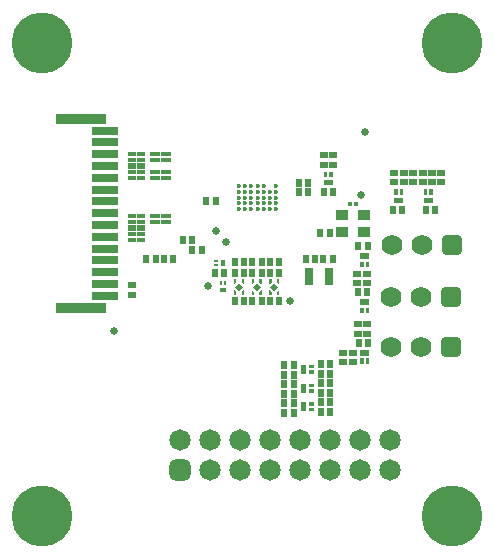
<source format=gts>
G04*
G04 #@! TF.GenerationSoftware,Altium Limited,Altium Designer,24.2.2 (26)*
G04*
G04 Layer_Color=8388736*
%FSLAX44Y44*%
%MOMM*%
G71*
G04*
G04 #@! TF.SameCoordinates,6EDC250C-81D3-48BC-95F6-F0A130F5604E*
G04*
G04*
G04 #@! TF.FilePolarity,Negative*
G04*
G01*
G75*
%ADD27C,0.6600*%
%ADD28R,0.6000X0.3500*%
%ADD29R,0.2500X0.3500*%
%ADD30R,0.3500X0.2500*%
%ADD31R,0.3500X0.6000*%
%ADD32C,0.3600*%
%ADD33R,1.0600X0.9600*%
%ADD34R,0.4300X0.4600*%
%ADD35R,0.6600X0.4100*%
%ADD36R,0.6600X0.6100*%
%ADD37R,0.9100X0.4100*%
%ADD38R,2.1600X0.7600*%
%ADD39R,4.3600X0.8600*%
%ADD40R,0.5400X0.6400*%
%ADD41R,0.6400X0.5400*%
%ADD42R,0.6600X0.5350*%
G04:AMPARAMS|DCode=43|XSize=1.76mm|YSize=1.76mm|CornerRadius=0.48mm|HoleSize=0mm|Usage=FLASHONLY|Rotation=180.000|XOffset=0mm|YOffset=0mm|HoleType=Round|Shape=RoundedRectangle|*
%AMROUNDEDRECTD43*
21,1,1.7600,0.8000,0,0,180.0*
21,1,0.8000,1.7600,0,0,180.0*
1,1,0.9600,-0.4000,0.4000*
1,1,0.9600,0.4000,0.4000*
1,1,0.9600,0.4000,-0.4000*
1,1,0.9600,-0.4000,-0.4000*
%
%ADD43ROUNDEDRECTD43*%
%ADD44C,1.7600*%
%ADD45C,1.8100*%
G04:AMPARAMS|DCode=46|XSize=1.81mm|YSize=1.81mm|CornerRadius=0.4925mm|HoleSize=0mm|Usage=FLASHONLY|Rotation=180.000|XOffset=0mm|YOffset=0mm|HoleType=Round|Shape=RoundedRectangle|*
%AMROUNDEDRECTD46*
21,1,1.8100,0.8250,0,0,180.0*
21,1,0.8250,1.8100,0,0,180.0*
1,1,0.9850,-0.4125,0.4125*
1,1,0.9850,0.4125,0.4125*
1,1,0.9850,0.4125,-0.4125*
1,1,0.9850,-0.4125,-0.4125*
%
%ADD46ROUNDEDRECTD46*%
%ADD47C,5.1600*%
%ADD48C,0.1600*%
G36*
X285750Y327250D02*
X282750D01*
Y331750D01*
X285750D01*
Y327250D01*
D02*
G37*
G36*
X281250D02*
X278250D01*
Y331750D01*
X281250D01*
Y327250D01*
D02*
G37*
G36*
X285750Y320250D02*
X278250D01*
Y324750D01*
X285750D01*
Y320250D01*
D02*
G37*
G36*
X370500Y312250D02*
X367500D01*
Y316750D01*
X370500D01*
Y312250D01*
D02*
G37*
G36*
X366000D02*
X363000D01*
Y316750D01*
X366000D01*
Y312250D01*
D02*
G37*
G36*
X345500Y312250D02*
X342500D01*
Y316750D01*
X345500D01*
Y312250D01*
D02*
G37*
G36*
X341000D02*
X338000D01*
Y316750D01*
X341000D01*
Y312250D01*
D02*
G37*
G36*
X370500Y305250D02*
X363000D01*
Y309750D01*
X370500D01*
Y305250D01*
D02*
G37*
G36*
X345500Y305250D02*
X338000D01*
Y309750D01*
X345500D01*
Y305250D01*
D02*
G37*
G36*
X316750Y258000D02*
X309250D01*
Y262500D01*
X316750D01*
Y258000D01*
D02*
G37*
G36*
Y251000D02*
X313750D01*
Y255500D01*
X316750D01*
Y251000D01*
D02*
G37*
G36*
X312250D02*
X309250D01*
Y255500D01*
X312250D01*
Y251000D01*
D02*
G37*
G36*
X240800Y236793D02*
X240207D01*
X238700Y238300D01*
Y240393D01*
X240800D01*
Y236793D01*
D02*
G37*
G36*
X234300Y238300D02*
X232793Y236793D01*
X232200D01*
Y240393D01*
X234300D01*
Y238300D01*
D02*
G37*
G36*
X225800Y236793D02*
X225207D01*
X223700Y238300D01*
Y240393D01*
X225800D01*
Y236793D01*
D02*
G37*
G36*
X219300Y238300D02*
X217793Y236793D01*
X217200D01*
Y240393D01*
X219300D01*
Y238300D01*
D02*
G37*
G36*
X210800Y236793D02*
X210207D01*
X208700Y238300D01*
Y240393D01*
X210800D01*
Y236793D01*
D02*
G37*
G36*
X204300Y238300D02*
X202793Y236793D01*
X202200D01*
Y240393D01*
X204300D01*
Y238300D01*
D02*
G37*
G36*
X239894Y234000D02*
X236500Y230606D01*
X233106Y234000D01*
X236500Y237394D01*
X239894Y234000D01*
D02*
G37*
G36*
X224894D02*
X221500Y230606D01*
X218106Y234000D01*
X221500Y237394D01*
X224894Y234000D01*
D02*
G37*
G36*
X209894D02*
X206500Y230606D01*
X203106Y234000D01*
X206500Y237394D01*
X209894Y234000D01*
D02*
G37*
G36*
X240800Y227607D02*
X238700D01*
Y229700D01*
X240207Y231207D01*
X240800D01*
Y227607D01*
D02*
G37*
G36*
X234300Y229700D02*
Y227607D01*
X232200D01*
Y231207D01*
X232793D01*
X234300Y229700D01*
D02*
G37*
G36*
X225800Y227607D02*
X223700D01*
Y229700D01*
X225207Y231207D01*
X225800D01*
Y227607D01*
D02*
G37*
G36*
X219300Y229700D02*
Y227607D01*
X217200D01*
Y231207D01*
X217793D01*
X219300Y229700D01*
D02*
G37*
G36*
X210800Y227607D02*
X208700D01*
Y229700D01*
X210207Y231207D01*
X210800D01*
Y227607D01*
D02*
G37*
G36*
X204300Y229700D02*
Y227607D01*
X202200D01*
Y231207D01*
X202793D01*
X204300Y229700D01*
D02*
G37*
G36*
X316750Y219000D02*
X309250D01*
Y223500D01*
X316750D01*
Y219000D01*
D02*
G37*
G36*
Y212000D02*
X313750D01*
Y216500D01*
X316750D01*
Y212000D01*
D02*
G37*
G36*
X312250D02*
X309250D01*
Y216500D01*
X312250D01*
Y212000D01*
D02*
G37*
G36*
X316750Y176000D02*
X309250D01*
Y180500D01*
X316750D01*
Y176000D01*
D02*
G37*
G36*
Y169000D02*
X313750D01*
Y173500D01*
X316750D01*
Y169000D01*
D02*
G37*
G36*
X312250D02*
X309250D01*
Y173500D01*
X312250D01*
Y169000D01*
D02*
G37*
G36*
X270200Y165250D02*
X265700D01*
Y168250D01*
X270200D01*
Y165250D01*
D02*
G37*
G36*
Y160750D02*
X265700D01*
Y163750D01*
X270200D01*
Y160750D01*
D02*
G37*
G36*
X263200D02*
X258700D01*
Y168250D01*
X263200D01*
Y160750D01*
D02*
G37*
G36*
X270200Y149000D02*
X265700D01*
Y152000D01*
X270200D01*
Y149000D01*
D02*
G37*
G36*
Y144500D02*
X265700D01*
Y147500D01*
X270200D01*
Y144500D01*
D02*
G37*
G36*
X263200D02*
X258700D01*
Y152000D01*
X263200D01*
Y144500D01*
D02*
G37*
G36*
X270450Y133250D02*
X265950D01*
Y136250D01*
X270450D01*
Y133250D01*
D02*
G37*
G36*
Y128750D02*
X265950D01*
Y131750D01*
X270450D01*
Y128750D01*
D02*
G37*
G36*
X263450D02*
X258950D01*
Y136250D01*
X263450D01*
Y128750D01*
D02*
G37*
D27*
X100527Y196750D02*
D03*
X313500Y365000D02*
D03*
X195500Y272500D02*
D03*
X187000Y281500D02*
D03*
X249750Y222000D02*
D03*
X310000Y312000D02*
D03*
X180000Y234500D02*
D03*
D28*
X192675Y231220D02*
D03*
D29*
X194425Y237720D02*
D03*
X190925D02*
D03*
D30*
X186750Y252250D02*
D03*
Y255750D02*
D03*
D31*
X193250Y254000D02*
D03*
D32*
X206400Y319300D02*
D03*
X211700D02*
D03*
X217000D02*
D03*
X222300D02*
D03*
X227600D02*
D03*
X238200D02*
D03*
X206400Y314500D02*
D03*
X211700D02*
D03*
X217000D02*
D03*
X222300D02*
D03*
X227600D02*
D03*
X232900D02*
D03*
X238200D02*
D03*
X206400Y309700D02*
D03*
X211700D02*
D03*
X217000D02*
D03*
X222300D02*
D03*
X227600D02*
D03*
X232900D02*
D03*
X238200D02*
D03*
X206400Y304900D02*
D03*
X211700D02*
D03*
X217000D02*
D03*
X222300D02*
D03*
X227600D02*
D03*
X232900D02*
D03*
X238200D02*
D03*
X206400Y300100D02*
D03*
X211700D02*
D03*
X217000D02*
D03*
X222300D02*
D03*
X227600D02*
D03*
X232900D02*
D03*
X238200D02*
D03*
D33*
X312250Y295250D02*
D03*
X293750D02*
D03*
Y280750D02*
D03*
X312250D02*
D03*
D34*
X305500Y304000D02*
D03*
X300500D02*
D03*
D35*
X124000Y294000D02*
D03*
X124000Y289000D02*
D03*
Y279000D02*
D03*
X124000Y274000D02*
D03*
X116000D02*
D03*
Y279000D02*
D03*
Y289000D02*
D03*
Y294000D02*
D03*
X124000Y346500D02*
D03*
X124000Y341500D02*
D03*
Y331500D02*
D03*
X124000Y326500D02*
D03*
X116000D02*
D03*
Y331500D02*
D03*
Y341500D02*
D03*
Y346500D02*
D03*
D36*
X124000Y284000D02*
D03*
X116000D02*
D03*
X124000Y336500D02*
D03*
X116000D02*
D03*
D37*
X135500Y294000D02*
D03*
Y289000D02*
D03*
X144500Y294000D02*
D03*
Y289000D02*
D03*
X135421Y331521D02*
D03*
Y326521D02*
D03*
X144421Y331521D02*
D03*
Y326521D02*
D03*
X135494Y346482D02*
D03*
Y341482D02*
D03*
X144494Y346482D02*
D03*
Y341482D02*
D03*
D38*
X93500Y226500D02*
D03*
Y236500D02*
D03*
Y246500D02*
D03*
Y256500D02*
D03*
Y266500D02*
D03*
Y276500D02*
D03*
Y286500D02*
D03*
Y296500D02*
D03*
Y306500D02*
D03*
Y316500D02*
D03*
Y326500D02*
D03*
Y336500D02*
D03*
Y346500D02*
D03*
Y356500D02*
D03*
Y366500D02*
D03*
D39*
X72500Y216500D02*
D03*
Y376500D02*
D03*
D40*
X159050Y273500D02*
D03*
X166950D02*
D03*
X278050Y258000D02*
D03*
X285950D02*
D03*
X202800Y222000D02*
D03*
X210700D02*
D03*
X217800D02*
D03*
X225700D02*
D03*
X240700D02*
D03*
X232800D02*
D03*
X202800Y246000D02*
D03*
X210700D02*
D03*
X217800D02*
D03*
X225700D02*
D03*
X240700Y255000D02*
D03*
X232800D02*
D03*
X240700Y246000D02*
D03*
X232800D02*
D03*
X202800Y255000D02*
D03*
X210700D02*
D03*
X217800D02*
D03*
X225700D02*
D03*
X179050Y306500D02*
D03*
X186950D02*
D03*
X315450Y269000D02*
D03*
X307550D02*
D03*
X337050Y299500D02*
D03*
X344950D02*
D03*
X276000Y136500D02*
D03*
X283900D02*
D03*
X283950Y128500D02*
D03*
X276050D02*
D03*
X252900Y135500D02*
D03*
X245000D02*
D03*
X252900Y127500D02*
D03*
X245000D02*
D03*
X252900Y159600D02*
D03*
X245000D02*
D03*
X252900Y143500D02*
D03*
X245000D02*
D03*
X135900Y257500D02*
D03*
X128000D02*
D03*
X143050Y257500D02*
D03*
X150950D02*
D03*
X276000Y168500D02*
D03*
X283900D02*
D03*
X315950Y186500D02*
D03*
X308050D02*
D03*
X283900Y160500D02*
D03*
X276000D02*
D03*
X252900Y167600D02*
D03*
X245000D02*
D03*
X314950Y229500D02*
D03*
X307050D02*
D03*
X365050Y299500D02*
D03*
X372950D02*
D03*
X276000Y152500D02*
D03*
X283900D02*
D03*
X283900Y144500D02*
D03*
X276000D02*
D03*
X252900Y151500D02*
D03*
X245000D02*
D03*
X275546Y280000D02*
D03*
X283446D02*
D03*
X278300Y314500D02*
D03*
X286200D02*
D03*
X270900Y258000D02*
D03*
X263000D02*
D03*
X167050Y265500D02*
D03*
X174950D02*
D03*
X186050Y245500D02*
D03*
X193950D02*
D03*
X264950Y322500D02*
D03*
X257050D02*
D03*
X264950Y314500D02*
D03*
X257050D02*
D03*
D41*
X338000Y330450D02*
D03*
Y322550D02*
D03*
X346000Y322550D02*
D03*
Y330450D02*
D03*
X354000Y322600D02*
D03*
Y330500D02*
D03*
X314609Y245318D02*
D03*
Y237418D02*
D03*
X306233Y237420D02*
D03*
Y245320D02*
D03*
X295000Y170550D02*
D03*
Y178450D02*
D03*
X303000Y178450D02*
D03*
Y170550D02*
D03*
X378000Y330450D02*
D03*
Y322550D02*
D03*
X315000Y202400D02*
D03*
Y194500D02*
D03*
X362000Y322550D02*
D03*
Y330450D02*
D03*
X307000Y194500D02*
D03*
Y202400D02*
D03*
X370000Y330450D02*
D03*
Y322550D02*
D03*
X278250Y337550D02*
D03*
Y345450D02*
D03*
X286250Y345450D02*
D03*
Y337550D02*
D03*
X116000Y235450D02*
D03*
Y227550D02*
D03*
D42*
X265500Y248000D02*
D03*
Y243000D02*
D03*
Y238000D02*
D03*
X282500D02*
D03*
Y243000D02*
D03*
Y248000D02*
D03*
D43*
X386800Y269500D02*
D03*
X386400Y225500D02*
D03*
Y183500D02*
D03*
D44*
X361400Y269500D02*
D03*
X336000D02*
D03*
X361000Y225500D02*
D03*
X335600D02*
D03*
X361000Y183500D02*
D03*
X335600D02*
D03*
D45*
X283900Y104500D02*
D03*
Y79100D02*
D03*
X233100Y104500D02*
D03*
Y79100D02*
D03*
X182300Y104500D02*
D03*
Y79100D02*
D03*
X156900Y104500D02*
D03*
X207700Y79100D02*
D03*
Y104500D02*
D03*
X258500Y79100D02*
D03*
Y104500D02*
D03*
X309300Y79100D02*
D03*
X334700D02*
D03*
X309300Y104500D02*
D03*
X334700D02*
D03*
D46*
X156900Y79100D02*
D03*
D47*
X387000Y440500D02*
D03*
X40000D02*
D03*
X387000Y40000D02*
D03*
X40000D02*
D03*
D48*
X195800Y283200D02*
D03*
X248800Y336200D02*
D03*
M02*

</source>
